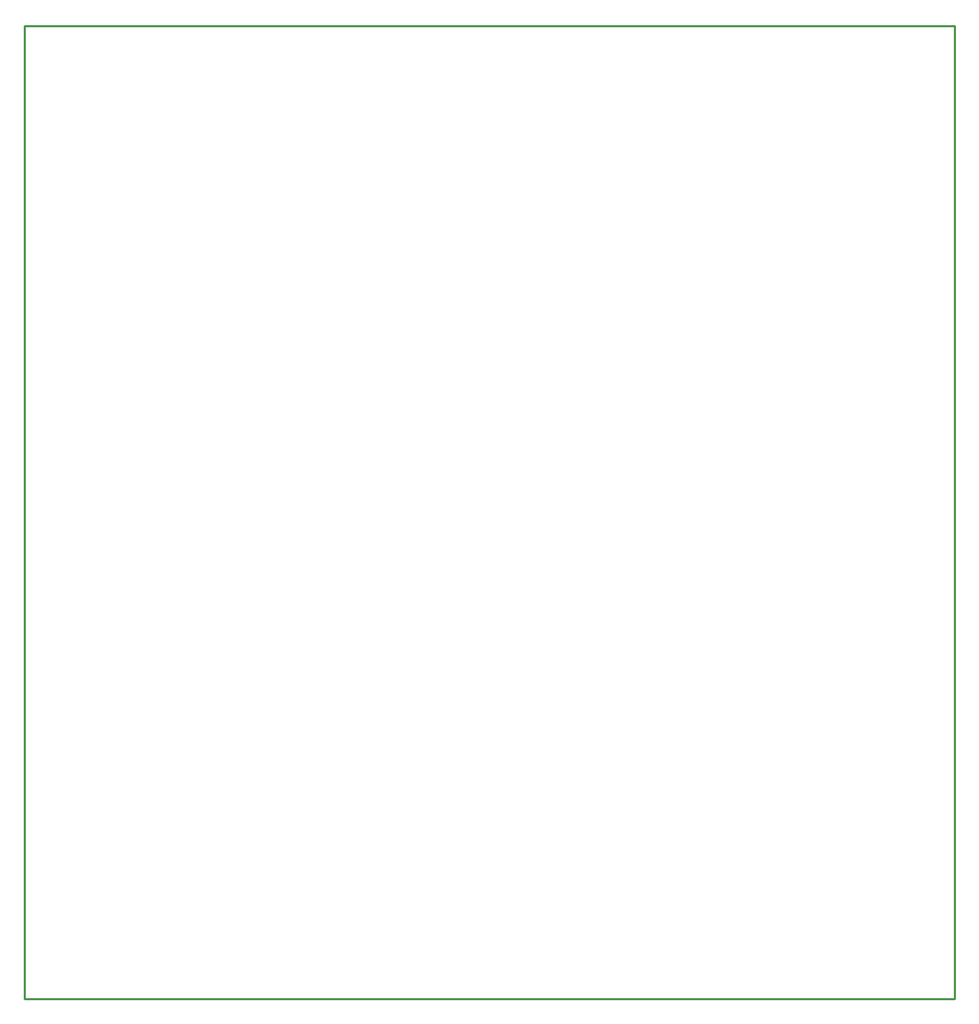
<source format=gko>
G04*
G04 #@! TF.GenerationSoftware,Altium Limited,Altium Designer,20.0.9 (164)*
G04*
G04 Layer_Color=16711935*
%FSLAX25Y25*%
%MOIN*%
G70*
G01*
G75*
%ADD11C,0.01000*%
D11*
X0Y0D02*
X444000D01*
Y464000D01*
X0D02*
X444000D01*
X0Y462000D02*
Y464000D01*
Y0D02*
Y462000D01*
M02*

</source>
